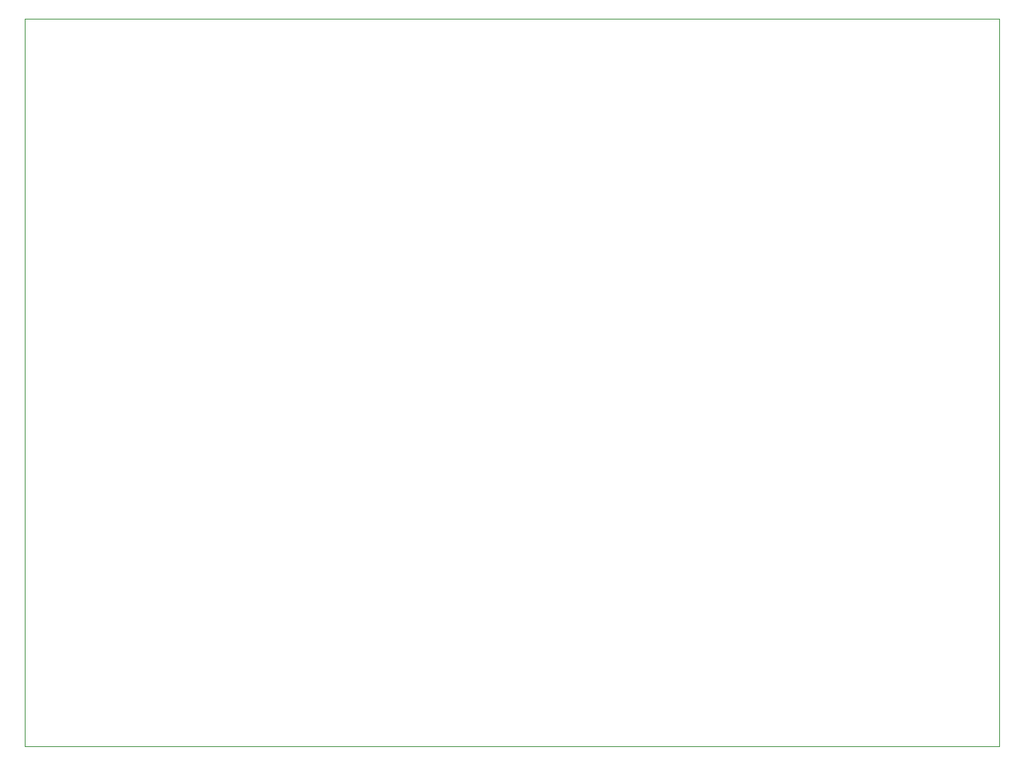
<source format=gbr>
%TF.GenerationSoftware,KiCad,Pcbnew,(6.0.5)*%
%TF.CreationDate,2025-02-02T15:21:23-05:00*%
%TF.ProjectId,tag_Heiserman,7461675f-4865-4697-9365-726d616e2e6b,rev?*%
%TF.SameCoordinates,Original*%
%TF.FileFunction,Profile,NP*%
%FSLAX46Y46*%
G04 Gerber Fmt 4.6, Leading zero omitted, Abs format (unit mm)*
G04 Created by KiCad (PCBNEW (6.0.5)) date 2025-02-02 15:21:23*
%MOMM*%
%LPD*%
G01*
G04 APERTURE LIST*
%TA.AperFunction,Profile*%
%ADD10C,0.100000*%
%TD*%
G04 APERTURE END LIST*
D10*
X78359000Y-72999600D02*
X188264800Y-72999600D01*
X188264800Y-72999600D02*
X188264800Y-155168600D01*
X188264800Y-155168600D02*
X78359000Y-155168600D01*
X78359000Y-155168600D02*
X78359000Y-72999600D01*
M02*

</source>
